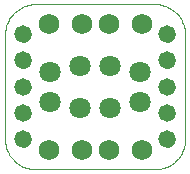
<source format=gbs>
G75*
%MOIN*%
%OFA0B0*%
%FSLAX24Y24*%
%IPPOS*%
%LPD*%
%AMOC8*
5,1,8,0,0,1.08239X$1,22.5*
%
%ADD10C,0.0040*%
%ADD11C,0.0000*%
%ADD12C,0.0680*%
%ADD13C,0.0580*%
%ADD14C,0.0710*%
D10*
X001120Y000120D02*
X005120Y000120D01*
X005180Y000122D01*
X005241Y000127D01*
X005300Y000136D01*
X005359Y000149D01*
X005418Y000165D01*
X005475Y000185D01*
X005530Y000208D01*
X005585Y000235D01*
X005637Y000264D01*
X005688Y000297D01*
X005737Y000333D01*
X005783Y000371D01*
X005827Y000413D01*
X005869Y000457D01*
X005907Y000503D01*
X005943Y000552D01*
X005976Y000603D01*
X006005Y000655D01*
X006032Y000710D01*
X006055Y000765D01*
X006075Y000822D01*
X006091Y000881D01*
X006104Y000940D01*
X006113Y000999D01*
X006118Y001060D01*
X006120Y001120D01*
X006120Y004620D01*
X006118Y004680D01*
X006113Y004741D01*
X006104Y004800D01*
X006091Y004859D01*
X006075Y004918D01*
X006055Y004975D01*
X006032Y005030D01*
X006005Y005085D01*
X005976Y005137D01*
X005943Y005188D01*
X005907Y005237D01*
X005869Y005283D01*
X005827Y005327D01*
X005783Y005369D01*
X005737Y005407D01*
X005688Y005443D01*
X005637Y005476D01*
X005585Y005505D01*
X005530Y005532D01*
X005475Y005555D01*
X005418Y005575D01*
X005359Y005591D01*
X005300Y005604D01*
X005241Y005613D01*
X005180Y005618D01*
X005120Y005620D01*
X001120Y005620D01*
X001060Y005618D01*
X000999Y005613D01*
X000940Y005604D01*
X000881Y005591D01*
X000822Y005575D01*
X000765Y005555D01*
X000710Y005532D01*
X000655Y005505D01*
X000603Y005476D01*
X000552Y005443D01*
X000503Y005407D01*
X000457Y005369D01*
X000413Y005327D01*
X000371Y005283D01*
X000333Y005237D01*
X000297Y005188D01*
X000264Y005137D01*
X000235Y005085D01*
X000208Y005030D01*
X000185Y004975D01*
X000165Y004918D01*
X000149Y004859D01*
X000136Y004800D01*
X000127Y004741D01*
X000122Y004680D01*
X000120Y004620D01*
X000120Y001120D01*
X000122Y001060D01*
X000127Y000999D01*
X000136Y000940D01*
X000149Y000881D01*
X000165Y000822D01*
X000185Y000765D01*
X000208Y000710D01*
X000235Y000655D01*
X000264Y000603D01*
X000297Y000552D01*
X000333Y000503D01*
X000371Y000457D01*
X000413Y000413D01*
X000457Y000371D01*
X000503Y000333D01*
X000552Y000297D01*
X000603Y000264D01*
X000655Y000235D01*
X000710Y000208D01*
X000765Y000185D01*
X000822Y000165D01*
X000881Y000149D01*
X000940Y000136D01*
X000999Y000127D01*
X001060Y000122D01*
X001120Y000120D01*
D11*
X001270Y000770D02*
X001272Y000804D01*
X001278Y000838D01*
X001287Y000871D01*
X001301Y000902D01*
X001318Y000932D01*
X001338Y000960D01*
X001361Y000985D01*
X001387Y001008D01*
X001415Y001027D01*
X001445Y001043D01*
X001477Y001055D01*
X001510Y001064D01*
X001544Y001069D01*
X001579Y001070D01*
X001613Y001067D01*
X001646Y001060D01*
X001679Y001050D01*
X001710Y001035D01*
X001739Y001018D01*
X001766Y000997D01*
X001791Y000973D01*
X001813Y000946D01*
X001831Y000918D01*
X001846Y000887D01*
X001858Y000855D01*
X001866Y000821D01*
X001870Y000787D01*
X001870Y000753D01*
X001866Y000719D01*
X001858Y000685D01*
X001846Y000653D01*
X001831Y000622D01*
X001813Y000594D01*
X001791Y000567D01*
X001766Y000543D01*
X001739Y000522D01*
X001710Y000505D01*
X001679Y000490D01*
X001646Y000480D01*
X001613Y000473D01*
X001579Y000470D01*
X001544Y000471D01*
X001510Y000476D01*
X001477Y000485D01*
X001445Y000497D01*
X001415Y000513D01*
X001387Y000532D01*
X001361Y000555D01*
X001338Y000580D01*
X001318Y000608D01*
X001301Y000638D01*
X001287Y000669D01*
X001278Y000702D01*
X001272Y000736D01*
X001270Y000770D01*
X000470Y001120D02*
X000472Y001151D01*
X000478Y001182D01*
X000488Y001212D01*
X000501Y001240D01*
X000518Y001267D01*
X000538Y001291D01*
X000561Y001313D01*
X000586Y001331D01*
X000614Y001346D01*
X000643Y001358D01*
X000673Y001366D01*
X000704Y001370D01*
X000736Y001370D01*
X000767Y001366D01*
X000797Y001358D01*
X000826Y001346D01*
X000854Y001331D01*
X000879Y001313D01*
X000902Y001291D01*
X000922Y001267D01*
X000939Y001240D01*
X000952Y001212D01*
X000962Y001182D01*
X000968Y001151D01*
X000970Y001120D01*
X000968Y001089D01*
X000962Y001058D01*
X000952Y001028D01*
X000939Y001000D01*
X000922Y000973D01*
X000902Y000949D01*
X000879Y000927D01*
X000854Y000909D01*
X000826Y000894D01*
X000797Y000882D01*
X000767Y000874D01*
X000736Y000870D01*
X000704Y000870D01*
X000673Y000874D01*
X000643Y000882D01*
X000614Y000894D01*
X000586Y000909D01*
X000561Y000927D01*
X000538Y000949D01*
X000518Y000973D01*
X000501Y001000D01*
X000488Y001028D01*
X000478Y001058D01*
X000472Y001089D01*
X000470Y001120D01*
X000470Y001995D02*
X000472Y002026D01*
X000478Y002057D01*
X000488Y002087D01*
X000501Y002115D01*
X000518Y002142D01*
X000538Y002166D01*
X000561Y002188D01*
X000586Y002206D01*
X000614Y002221D01*
X000643Y002233D01*
X000673Y002241D01*
X000704Y002245D01*
X000736Y002245D01*
X000767Y002241D01*
X000797Y002233D01*
X000826Y002221D01*
X000854Y002206D01*
X000879Y002188D01*
X000902Y002166D01*
X000922Y002142D01*
X000939Y002115D01*
X000952Y002087D01*
X000962Y002057D01*
X000968Y002026D01*
X000970Y001995D01*
X000968Y001964D01*
X000962Y001933D01*
X000952Y001903D01*
X000939Y001875D01*
X000922Y001848D01*
X000902Y001824D01*
X000879Y001802D01*
X000854Y001784D01*
X000826Y001769D01*
X000797Y001757D01*
X000767Y001749D01*
X000736Y001745D01*
X000704Y001745D01*
X000673Y001749D01*
X000643Y001757D01*
X000614Y001769D01*
X000586Y001784D01*
X000561Y001802D01*
X000538Y001824D01*
X000518Y001848D01*
X000501Y001875D01*
X000488Y001903D01*
X000478Y001933D01*
X000472Y001964D01*
X000470Y001995D01*
X000470Y002870D02*
X000472Y002901D01*
X000478Y002932D01*
X000488Y002962D01*
X000501Y002990D01*
X000518Y003017D01*
X000538Y003041D01*
X000561Y003063D01*
X000586Y003081D01*
X000614Y003096D01*
X000643Y003108D01*
X000673Y003116D01*
X000704Y003120D01*
X000736Y003120D01*
X000767Y003116D01*
X000797Y003108D01*
X000826Y003096D01*
X000854Y003081D01*
X000879Y003063D01*
X000902Y003041D01*
X000922Y003017D01*
X000939Y002990D01*
X000952Y002962D01*
X000962Y002932D01*
X000968Y002901D01*
X000970Y002870D01*
X000968Y002839D01*
X000962Y002808D01*
X000952Y002778D01*
X000939Y002750D01*
X000922Y002723D01*
X000902Y002699D01*
X000879Y002677D01*
X000854Y002659D01*
X000826Y002644D01*
X000797Y002632D01*
X000767Y002624D01*
X000736Y002620D01*
X000704Y002620D01*
X000673Y002624D01*
X000643Y002632D01*
X000614Y002644D01*
X000586Y002659D01*
X000561Y002677D01*
X000538Y002699D01*
X000518Y002723D01*
X000501Y002750D01*
X000488Y002778D01*
X000478Y002808D01*
X000472Y002839D01*
X000470Y002870D01*
X000470Y003745D02*
X000472Y003776D01*
X000478Y003807D01*
X000488Y003837D01*
X000501Y003865D01*
X000518Y003892D01*
X000538Y003916D01*
X000561Y003938D01*
X000586Y003956D01*
X000614Y003971D01*
X000643Y003983D01*
X000673Y003991D01*
X000704Y003995D01*
X000736Y003995D01*
X000767Y003991D01*
X000797Y003983D01*
X000826Y003971D01*
X000854Y003956D01*
X000879Y003938D01*
X000902Y003916D01*
X000922Y003892D01*
X000939Y003865D01*
X000952Y003837D01*
X000962Y003807D01*
X000968Y003776D01*
X000970Y003745D01*
X000968Y003714D01*
X000962Y003683D01*
X000952Y003653D01*
X000939Y003625D01*
X000922Y003598D01*
X000902Y003574D01*
X000879Y003552D01*
X000854Y003534D01*
X000826Y003519D01*
X000797Y003507D01*
X000767Y003499D01*
X000736Y003495D01*
X000704Y003495D01*
X000673Y003499D01*
X000643Y003507D01*
X000614Y003519D01*
X000586Y003534D01*
X000561Y003552D01*
X000538Y003574D01*
X000518Y003598D01*
X000501Y003625D01*
X000488Y003653D01*
X000478Y003683D01*
X000472Y003714D01*
X000470Y003745D01*
X000470Y004620D02*
X000472Y004651D01*
X000478Y004682D01*
X000488Y004712D01*
X000501Y004740D01*
X000518Y004767D01*
X000538Y004791D01*
X000561Y004813D01*
X000586Y004831D01*
X000614Y004846D01*
X000643Y004858D01*
X000673Y004866D01*
X000704Y004870D01*
X000736Y004870D01*
X000767Y004866D01*
X000797Y004858D01*
X000826Y004846D01*
X000854Y004831D01*
X000879Y004813D01*
X000902Y004791D01*
X000922Y004767D01*
X000939Y004740D01*
X000952Y004712D01*
X000962Y004682D01*
X000968Y004651D01*
X000970Y004620D01*
X000968Y004589D01*
X000962Y004558D01*
X000952Y004528D01*
X000939Y004500D01*
X000922Y004473D01*
X000902Y004449D01*
X000879Y004427D01*
X000854Y004409D01*
X000826Y004394D01*
X000797Y004382D01*
X000767Y004374D01*
X000736Y004370D01*
X000704Y004370D01*
X000673Y004374D01*
X000643Y004382D01*
X000614Y004394D01*
X000586Y004409D01*
X000561Y004427D01*
X000538Y004449D01*
X000518Y004473D01*
X000501Y004500D01*
X000488Y004528D01*
X000478Y004558D01*
X000472Y004589D01*
X000470Y004620D01*
X001270Y004970D02*
X001272Y005004D01*
X001278Y005038D01*
X001287Y005071D01*
X001301Y005102D01*
X001318Y005132D01*
X001338Y005160D01*
X001361Y005185D01*
X001387Y005208D01*
X001415Y005227D01*
X001445Y005243D01*
X001477Y005255D01*
X001510Y005264D01*
X001544Y005269D01*
X001579Y005270D01*
X001613Y005267D01*
X001646Y005260D01*
X001679Y005250D01*
X001710Y005235D01*
X001739Y005218D01*
X001766Y005197D01*
X001791Y005173D01*
X001813Y005146D01*
X001831Y005118D01*
X001846Y005087D01*
X001858Y005055D01*
X001866Y005021D01*
X001870Y004987D01*
X001870Y004953D01*
X001866Y004919D01*
X001858Y004885D01*
X001846Y004853D01*
X001831Y004822D01*
X001813Y004794D01*
X001791Y004767D01*
X001766Y004743D01*
X001739Y004722D01*
X001710Y004705D01*
X001679Y004690D01*
X001646Y004680D01*
X001613Y004673D01*
X001579Y004670D01*
X001544Y004671D01*
X001510Y004676D01*
X001477Y004685D01*
X001445Y004697D01*
X001415Y004713D01*
X001387Y004732D01*
X001361Y004755D01*
X001338Y004780D01*
X001318Y004808D01*
X001301Y004838D01*
X001287Y004869D01*
X001278Y004902D01*
X001272Y004936D01*
X001270Y004970D01*
X002370Y004970D02*
X002372Y005004D01*
X002378Y005038D01*
X002387Y005071D01*
X002401Y005102D01*
X002418Y005132D01*
X002438Y005160D01*
X002461Y005185D01*
X002487Y005208D01*
X002515Y005227D01*
X002545Y005243D01*
X002577Y005255D01*
X002610Y005264D01*
X002644Y005269D01*
X002679Y005270D01*
X002713Y005267D01*
X002746Y005260D01*
X002779Y005250D01*
X002810Y005235D01*
X002839Y005218D01*
X002866Y005197D01*
X002891Y005173D01*
X002913Y005146D01*
X002931Y005118D01*
X002946Y005087D01*
X002958Y005055D01*
X002966Y005021D01*
X002970Y004987D01*
X002970Y004953D01*
X002966Y004919D01*
X002958Y004885D01*
X002946Y004853D01*
X002931Y004822D01*
X002913Y004794D01*
X002891Y004767D01*
X002866Y004743D01*
X002839Y004722D01*
X002810Y004705D01*
X002779Y004690D01*
X002746Y004680D01*
X002713Y004673D01*
X002679Y004670D01*
X002644Y004671D01*
X002610Y004676D01*
X002577Y004685D01*
X002545Y004697D01*
X002515Y004713D01*
X002487Y004732D01*
X002461Y004755D01*
X002438Y004780D01*
X002418Y004808D01*
X002401Y004838D01*
X002387Y004869D01*
X002378Y004902D01*
X002372Y004936D01*
X002370Y004970D01*
X003270Y004970D02*
X003272Y005004D01*
X003278Y005038D01*
X003287Y005071D01*
X003301Y005102D01*
X003318Y005132D01*
X003338Y005160D01*
X003361Y005185D01*
X003387Y005208D01*
X003415Y005227D01*
X003445Y005243D01*
X003477Y005255D01*
X003510Y005264D01*
X003544Y005269D01*
X003579Y005270D01*
X003613Y005267D01*
X003646Y005260D01*
X003679Y005250D01*
X003710Y005235D01*
X003739Y005218D01*
X003766Y005197D01*
X003791Y005173D01*
X003813Y005146D01*
X003831Y005118D01*
X003846Y005087D01*
X003858Y005055D01*
X003866Y005021D01*
X003870Y004987D01*
X003870Y004953D01*
X003866Y004919D01*
X003858Y004885D01*
X003846Y004853D01*
X003831Y004822D01*
X003813Y004794D01*
X003791Y004767D01*
X003766Y004743D01*
X003739Y004722D01*
X003710Y004705D01*
X003679Y004690D01*
X003646Y004680D01*
X003613Y004673D01*
X003579Y004670D01*
X003544Y004671D01*
X003510Y004676D01*
X003477Y004685D01*
X003445Y004697D01*
X003415Y004713D01*
X003387Y004732D01*
X003361Y004755D01*
X003338Y004780D01*
X003318Y004808D01*
X003301Y004838D01*
X003287Y004869D01*
X003278Y004902D01*
X003272Y004936D01*
X003270Y004970D01*
X004370Y004970D02*
X004372Y005004D01*
X004378Y005038D01*
X004387Y005071D01*
X004401Y005102D01*
X004418Y005132D01*
X004438Y005160D01*
X004461Y005185D01*
X004487Y005208D01*
X004515Y005227D01*
X004545Y005243D01*
X004577Y005255D01*
X004610Y005264D01*
X004644Y005269D01*
X004679Y005270D01*
X004713Y005267D01*
X004746Y005260D01*
X004779Y005250D01*
X004810Y005235D01*
X004839Y005218D01*
X004866Y005197D01*
X004891Y005173D01*
X004913Y005146D01*
X004931Y005118D01*
X004946Y005087D01*
X004958Y005055D01*
X004966Y005021D01*
X004970Y004987D01*
X004970Y004953D01*
X004966Y004919D01*
X004958Y004885D01*
X004946Y004853D01*
X004931Y004822D01*
X004913Y004794D01*
X004891Y004767D01*
X004866Y004743D01*
X004839Y004722D01*
X004810Y004705D01*
X004779Y004690D01*
X004746Y004680D01*
X004713Y004673D01*
X004679Y004670D01*
X004644Y004671D01*
X004610Y004676D01*
X004577Y004685D01*
X004545Y004697D01*
X004515Y004713D01*
X004487Y004732D01*
X004461Y004755D01*
X004438Y004780D01*
X004418Y004808D01*
X004401Y004838D01*
X004387Y004869D01*
X004378Y004902D01*
X004372Y004936D01*
X004370Y004970D01*
X005270Y004620D02*
X005272Y004651D01*
X005278Y004682D01*
X005288Y004712D01*
X005301Y004740D01*
X005318Y004767D01*
X005338Y004791D01*
X005361Y004813D01*
X005386Y004831D01*
X005414Y004846D01*
X005443Y004858D01*
X005473Y004866D01*
X005504Y004870D01*
X005536Y004870D01*
X005567Y004866D01*
X005597Y004858D01*
X005626Y004846D01*
X005654Y004831D01*
X005679Y004813D01*
X005702Y004791D01*
X005722Y004767D01*
X005739Y004740D01*
X005752Y004712D01*
X005762Y004682D01*
X005768Y004651D01*
X005770Y004620D01*
X005768Y004589D01*
X005762Y004558D01*
X005752Y004528D01*
X005739Y004500D01*
X005722Y004473D01*
X005702Y004449D01*
X005679Y004427D01*
X005654Y004409D01*
X005626Y004394D01*
X005597Y004382D01*
X005567Y004374D01*
X005536Y004370D01*
X005504Y004370D01*
X005473Y004374D01*
X005443Y004382D01*
X005414Y004394D01*
X005386Y004409D01*
X005361Y004427D01*
X005338Y004449D01*
X005318Y004473D01*
X005301Y004500D01*
X005288Y004528D01*
X005278Y004558D01*
X005272Y004589D01*
X005270Y004620D01*
X005270Y003745D02*
X005272Y003776D01*
X005278Y003807D01*
X005288Y003837D01*
X005301Y003865D01*
X005318Y003892D01*
X005338Y003916D01*
X005361Y003938D01*
X005386Y003956D01*
X005414Y003971D01*
X005443Y003983D01*
X005473Y003991D01*
X005504Y003995D01*
X005536Y003995D01*
X005567Y003991D01*
X005597Y003983D01*
X005626Y003971D01*
X005654Y003956D01*
X005679Y003938D01*
X005702Y003916D01*
X005722Y003892D01*
X005739Y003865D01*
X005752Y003837D01*
X005762Y003807D01*
X005768Y003776D01*
X005770Y003745D01*
X005768Y003714D01*
X005762Y003683D01*
X005752Y003653D01*
X005739Y003625D01*
X005722Y003598D01*
X005702Y003574D01*
X005679Y003552D01*
X005654Y003534D01*
X005626Y003519D01*
X005597Y003507D01*
X005567Y003499D01*
X005536Y003495D01*
X005504Y003495D01*
X005473Y003499D01*
X005443Y003507D01*
X005414Y003519D01*
X005386Y003534D01*
X005361Y003552D01*
X005338Y003574D01*
X005318Y003598D01*
X005301Y003625D01*
X005288Y003653D01*
X005278Y003683D01*
X005272Y003714D01*
X005270Y003745D01*
X005270Y002870D02*
X005272Y002901D01*
X005278Y002932D01*
X005288Y002962D01*
X005301Y002990D01*
X005318Y003017D01*
X005338Y003041D01*
X005361Y003063D01*
X005386Y003081D01*
X005414Y003096D01*
X005443Y003108D01*
X005473Y003116D01*
X005504Y003120D01*
X005536Y003120D01*
X005567Y003116D01*
X005597Y003108D01*
X005626Y003096D01*
X005654Y003081D01*
X005679Y003063D01*
X005702Y003041D01*
X005722Y003017D01*
X005739Y002990D01*
X005752Y002962D01*
X005762Y002932D01*
X005768Y002901D01*
X005770Y002870D01*
X005768Y002839D01*
X005762Y002808D01*
X005752Y002778D01*
X005739Y002750D01*
X005722Y002723D01*
X005702Y002699D01*
X005679Y002677D01*
X005654Y002659D01*
X005626Y002644D01*
X005597Y002632D01*
X005567Y002624D01*
X005536Y002620D01*
X005504Y002620D01*
X005473Y002624D01*
X005443Y002632D01*
X005414Y002644D01*
X005386Y002659D01*
X005361Y002677D01*
X005338Y002699D01*
X005318Y002723D01*
X005301Y002750D01*
X005288Y002778D01*
X005278Y002808D01*
X005272Y002839D01*
X005270Y002870D01*
X005270Y001995D02*
X005272Y002026D01*
X005278Y002057D01*
X005288Y002087D01*
X005301Y002115D01*
X005318Y002142D01*
X005338Y002166D01*
X005361Y002188D01*
X005386Y002206D01*
X005414Y002221D01*
X005443Y002233D01*
X005473Y002241D01*
X005504Y002245D01*
X005536Y002245D01*
X005567Y002241D01*
X005597Y002233D01*
X005626Y002221D01*
X005654Y002206D01*
X005679Y002188D01*
X005702Y002166D01*
X005722Y002142D01*
X005739Y002115D01*
X005752Y002087D01*
X005762Y002057D01*
X005768Y002026D01*
X005770Y001995D01*
X005768Y001964D01*
X005762Y001933D01*
X005752Y001903D01*
X005739Y001875D01*
X005722Y001848D01*
X005702Y001824D01*
X005679Y001802D01*
X005654Y001784D01*
X005626Y001769D01*
X005597Y001757D01*
X005567Y001749D01*
X005536Y001745D01*
X005504Y001745D01*
X005473Y001749D01*
X005443Y001757D01*
X005414Y001769D01*
X005386Y001784D01*
X005361Y001802D01*
X005338Y001824D01*
X005318Y001848D01*
X005301Y001875D01*
X005288Y001903D01*
X005278Y001933D01*
X005272Y001964D01*
X005270Y001995D01*
X005270Y001120D02*
X005272Y001151D01*
X005278Y001182D01*
X005288Y001212D01*
X005301Y001240D01*
X005318Y001267D01*
X005338Y001291D01*
X005361Y001313D01*
X005386Y001331D01*
X005414Y001346D01*
X005443Y001358D01*
X005473Y001366D01*
X005504Y001370D01*
X005536Y001370D01*
X005567Y001366D01*
X005597Y001358D01*
X005626Y001346D01*
X005654Y001331D01*
X005679Y001313D01*
X005702Y001291D01*
X005722Y001267D01*
X005739Y001240D01*
X005752Y001212D01*
X005762Y001182D01*
X005768Y001151D01*
X005770Y001120D01*
X005768Y001089D01*
X005762Y001058D01*
X005752Y001028D01*
X005739Y001000D01*
X005722Y000973D01*
X005702Y000949D01*
X005679Y000927D01*
X005654Y000909D01*
X005626Y000894D01*
X005597Y000882D01*
X005567Y000874D01*
X005536Y000870D01*
X005504Y000870D01*
X005473Y000874D01*
X005443Y000882D01*
X005414Y000894D01*
X005386Y000909D01*
X005361Y000927D01*
X005338Y000949D01*
X005318Y000973D01*
X005301Y001000D01*
X005288Y001028D01*
X005278Y001058D01*
X005272Y001089D01*
X005270Y001120D01*
X004370Y000770D02*
X004372Y000804D01*
X004378Y000838D01*
X004387Y000871D01*
X004401Y000902D01*
X004418Y000932D01*
X004438Y000960D01*
X004461Y000985D01*
X004487Y001008D01*
X004515Y001027D01*
X004545Y001043D01*
X004577Y001055D01*
X004610Y001064D01*
X004644Y001069D01*
X004679Y001070D01*
X004713Y001067D01*
X004746Y001060D01*
X004779Y001050D01*
X004810Y001035D01*
X004839Y001018D01*
X004866Y000997D01*
X004891Y000973D01*
X004913Y000946D01*
X004931Y000918D01*
X004946Y000887D01*
X004958Y000855D01*
X004966Y000821D01*
X004970Y000787D01*
X004970Y000753D01*
X004966Y000719D01*
X004958Y000685D01*
X004946Y000653D01*
X004931Y000622D01*
X004913Y000594D01*
X004891Y000567D01*
X004866Y000543D01*
X004839Y000522D01*
X004810Y000505D01*
X004779Y000490D01*
X004746Y000480D01*
X004713Y000473D01*
X004679Y000470D01*
X004644Y000471D01*
X004610Y000476D01*
X004577Y000485D01*
X004545Y000497D01*
X004515Y000513D01*
X004487Y000532D01*
X004461Y000555D01*
X004438Y000580D01*
X004418Y000608D01*
X004401Y000638D01*
X004387Y000669D01*
X004378Y000702D01*
X004372Y000736D01*
X004370Y000770D01*
X003270Y000770D02*
X003272Y000804D01*
X003278Y000838D01*
X003287Y000871D01*
X003301Y000902D01*
X003318Y000932D01*
X003338Y000960D01*
X003361Y000985D01*
X003387Y001008D01*
X003415Y001027D01*
X003445Y001043D01*
X003477Y001055D01*
X003510Y001064D01*
X003544Y001069D01*
X003579Y001070D01*
X003613Y001067D01*
X003646Y001060D01*
X003679Y001050D01*
X003710Y001035D01*
X003739Y001018D01*
X003766Y000997D01*
X003791Y000973D01*
X003813Y000946D01*
X003831Y000918D01*
X003846Y000887D01*
X003858Y000855D01*
X003866Y000821D01*
X003870Y000787D01*
X003870Y000753D01*
X003866Y000719D01*
X003858Y000685D01*
X003846Y000653D01*
X003831Y000622D01*
X003813Y000594D01*
X003791Y000567D01*
X003766Y000543D01*
X003739Y000522D01*
X003710Y000505D01*
X003679Y000490D01*
X003646Y000480D01*
X003613Y000473D01*
X003579Y000470D01*
X003544Y000471D01*
X003510Y000476D01*
X003477Y000485D01*
X003445Y000497D01*
X003415Y000513D01*
X003387Y000532D01*
X003361Y000555D01*
X003338Y000580D01*
X003318Y000608D01*
X003301Y000638D01*
X003287Y000669D01*
X003278Y000702D01*
X003272Y000736D01*
X003270Y000770D01*
X002370Y000770D02*
X002372Y000804D01*
X002378Y000838D01*
X002387Y000871D01*
X002401Y000902D01*
X002418Y000932D01*
X002438Y000960D01*
X002461Y000985D01*
X002487Y001008D01*
X002515Y001027D01*
X002545Y001043D01*
X002577Y001055D01*
X002610Y001064D01*
X002644Y001069D01*
X002679Y001070D01*
X002713Y001067D01*
X002746Y001060D01*
X002779Y001050D01*
X002810Y001035D01*
X002839Y001018D01*
X002866Y000997D01*
X002891Y000973D01*
X002913Y000946D01*
X002931Y000918D01*
X002946Y000887D01*
X002958Y000855D01*
X002966Y000821D01*
X002970Y000787D01*
X002970Y000753D01*
X002966Y000719D01*
X002958Y000685D01*
X002946Y000653D01*
X002931Y000622D01*
X002913Y000594D01*
X002891Y000567D01*
X002866Y000543D01*
X002839Y000522D01*
X002810Y000505D01*
X002779Y000490D01*
X002746Y000480D01*
X002713Y000473D01*
X002679Y000470D01*
X002644Y000471D01*
X002610Y000476D01*
X002577Y000485D01*
X002545Y000497D01*
X002515Y000513D01*
X002487Y000532D01*
X002461Y000555D01*
X002438Y000580D01*
X002418Y000608D01*
X002401Y000638D01*
X002387Y000669D01*
X002378Y000702D01*
X002372Y000736D01*
X002370Y000770D01*
D12*
X002670Y000770D03*
X003570Y000770D03*
X004670Y000770D03*
X001570Y000770D03*
X001570Y004970D03*
X002670Y004970D03*
X003570Y004970D03*
X004670Y004970D03*
D13*
X005520Y004620D03*
X005520Y003745D03*
X005520Y002870D03*
X005520Y001995D03*
X005520Y001120D03*
X000720Y001120D03*
X000720Y001995D03*
X000720Y002870D03*
X000720Y003745D03*
X000720Y004620D03*
D14*
X001620Y003370D03*
X002620Y003570D03*
X003620Y003570D03*
X004620Y003370D03*
X004620Y002370D03*
X003620Y002170D03*
X002620Y002170D03*
X001620Y002370D03*
M02*

</source>
